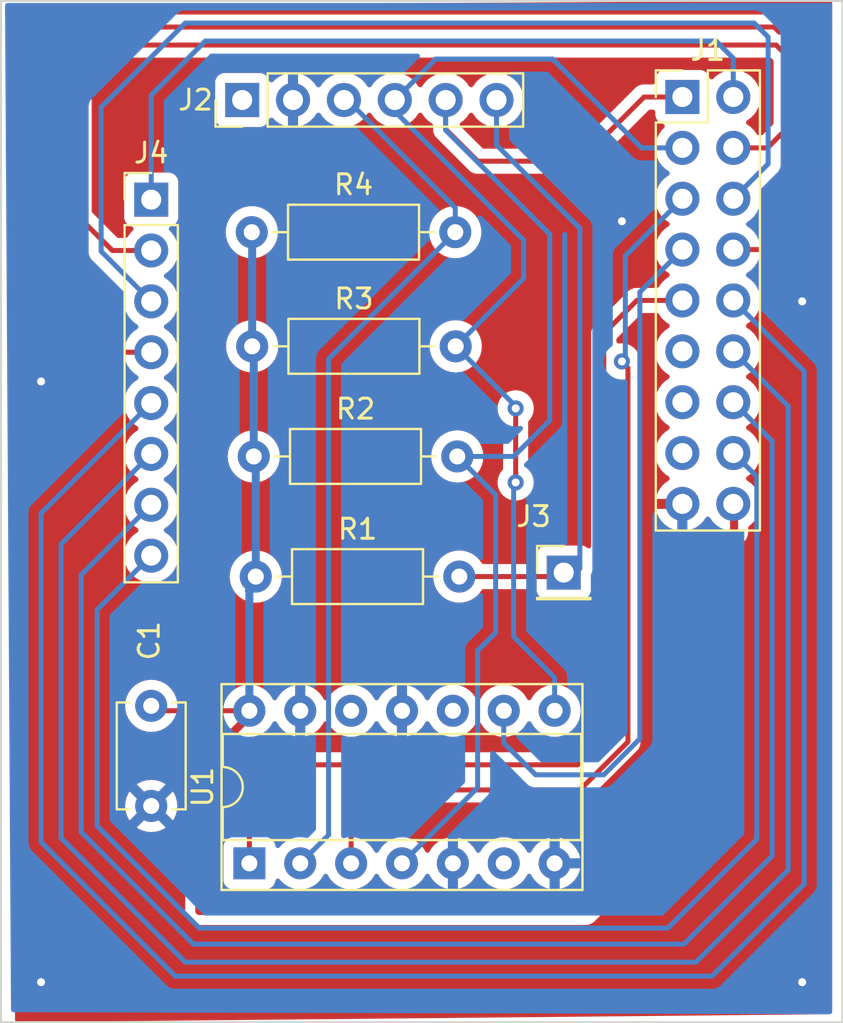
<source format=kicad_pcb>
(kicad_pcb (version 20221018) (generator pcbnew)
  (layers (0 "F.Cu" signal) (31 "B.Cu" signal) (34 "B.Paste" user) (35 "F.Paste" user) (36 "B.SilkS" user "B.Silkscreen") (37 "F.SilkS" user "F.Silkscreen") (38 "B.Mask" user) (39 "F.Mask" user) (44 "Edge.Cuts" user))
  (net 0 "")
  (net 1 "VCC")
  (net 2 "GND")
  (net 5 "CLK")
  (net 6 "DATA")
  (net 9 "RS")
  (net 10 "Net-(J1-Pin_2)")
  (net 13 "Net-(J1-Pin_4)")
  (net 15 "Net-(J1-Pin_5)")
  (net 16 "Net-(J1-Pin_6)")
  (net 17 "Net-(J1-Pin_7)")
  (net 18 "Net-(J1-Pin_8)")
  (net 19 "Net-(J1-Pin_9)")
  (net 20 "Net-(J1-Pin_10)")
  (net 21 "Net-(J1-Pin_12)")
  (net 22 "Net-(J1-Pin_14)")
  (net 23 "Net-(J1-Pin_16)")
  (net 24 "Net-(J2-Pin_3)")
  (footprint "Package_DIP:DIP-14_W7.62mm_Socket" (layer "F.Cu") (at 120.4 102.065 90)
    (fp_text reference "U1" (at 3.81 -2.33 90) (layer "F.SilkS"))
    (fp_text value "74LS06")
    (fp_line (start -1.33 -1.39) (end -1.33 16.63) (stroke (width 0.12)) (layer "F.SilkS"))
    (fp_line (start -1.33 16.63) (end 8.95 16.63) (stroke (width 0.12)) (layer "F.SilkS"))
    (fp_line (start 1.16 -1.33) (end 1.16 16.57) (stroke (width 0.12)) (layer "F.SilkS"))
    (fp_line (start 1.16 16.57) (end 6.46 16.57) (stroke (width 0.12)) (layer "F.SilkS"))
    (fp_line (start 2.81 -1.33) (end 1.16 -1.33) (stroke (width 0.12)) (layer "F.SilkS"))
    (fp_line (start 6.46 -1.33) (end 4.81 -1.33) (stroke (width 0.12)) (layer "F.SilkS"))
    (fp_line (start 6.46 16.57) (end 6.46 -1.33) (stroke (width 0.12)) (layer "F.SilkS"))
    (fp_line (start 8.95 -1.39) (end -1.33 -1.39) (stroke (width 0.12)) (layer "F.SilkS"))
    (fp_line (start 8.95 16.63) (end 8.95 -1.39) (stroke (width 0.12)) (layer "F.SilkS"))
    (fp_arc (start 4.81 -1.33) (mid 3.81 -0.33) (end 2.81 -1.33) (stroke (width 0.12)) (layer "F.SilkS"))
    (pad "1" thru_hole rect (at 0 0 90) (size 1.6 1.6) (drill 0.8) (layers "*.Cu" "*.Mask") (net 19 "Net-(J1-Pin_9)"))
    (pad "2" thru_hole oval (at 0 2.54 90) (size 1.6 1.6) (drill 0.8) (layers "*.Cu" "*.Mask") (net 24 "Net-(J2-Pin_3)"))
    (pad "3" thru_hole oval (at 0 5.08 90) (size 1.6 1.6) (drill 0.8) (layers "*.Cu" "*.Mask") (net 15 "Net-(J1-Pin_5)"))
    (pad "4" thru_hole oval (at 0 7.62 90) (size 1.6 1.6) (drill 0.8) (layers "*.Cu" "*.Mask") (net 6 "DATA"))
    (pad "5" thru_hole oval (at 0 10.16 90) (size 1.6 1.6) (drill 0.8) (layers "*.Cu" "*.Mask") (net 2 "GND"))
    (pad "6" thru_hole oval (at 0 12.7 90) (size 1.6 1.6) (drill 0.8) (layers "*.Cu" "*.Mask"))
    (pad "7" thru_hole oval (at 0 15.24 90) (size 1.6 1.6) (drill 0.8) (layers "*.Cu" "*.Mask") (net 2 "GND"))
    (pad "8" thru_hole oval (at 7.62 15.24 90) (size 1.6 1.6) (drill 0.8) (layers "*.Cu" "*.Mask") (net 5 "CLK"))
    (pad "9" thru_hole oval (at 7.62 12.7 90) (size 1.6 1.6) (drill 0.8) (layers "*.Cu" "*.Mask") (net 17 "Net-(J1-Pin_7)"))
    (pad "10" thru_hole oval (at 7.62 10.16 90) (size 1.6 1.6) (drill 0.8) (layers "*.Cu" "*.Mask"))
    (pad "11" thru_hole oval (at 7.62 7.62 90) (size 1.6 1.6) (drill 0.8) (layers "*.Cu" "*.Mask") (net 2 "GND"))
    (pad "12" thru_hole oval (at 7.62 5.08 90) (size 1.6 1.6) (drill 0.8) (layers "*.Cu" "*.Mask"))
    (pad "13" thru_hole oval (at 7.62 2.54 90) (size 1.6 1.6) (drill 0.8) (layers "*.Cu" "*.Mask") (net 2 "GND"))
    (pad "14" thru_hole oval (at 7.62 0 90) (size 1.6 1.6) (drill 0.8) (layers "*.Cu" "*.Mask") (net 1 "VCC"))
  )
  (footprint "Resistor_THT:R_Axial_DIN0207_L6.3mm_D2.5mm_P10.16mm_Horizontal" (layer "F.Cu") (at 120.72 87.745)
    (fp_text reference "R1" (at 5.08 -2.37) (layer "F.SilkS"))
    (fp_text value "1K")
    (fp_line (start 1.04 0) (end 1.81 0) (stroke (width 0.12)) (layer "F.SilkS"))
    (fp_line (start 1.81 -1.37) (end 1.81 1.37) (stroke (width 0.12)) (layer "F.SilkS"))
    (fp_line (start 1.81 1.37) (end 8.35 1.37) (stroke (width 0.12)) (layer "F.SilkS"))
    (fp_line (start 8.35 -1.37) (end 1.81 -1.37) (stroke (width 0.12)) (layer "F.SilkS"))
    (fp_line (start 8.35 1.37) (end 8.35 -1.37) (stroke (width 0.12)) (layer "F.SilkS"))
    (fp_line (start 9.12 0) (end 8.35 0) (stroke (width 0.12)) (layer "F.SilkS"))
    (pad "1" thru_hole circle (at 0 0) (size 1.6 1.6) (drill 0.8) (layers "*.Cu" "*.Mask") (net 1 "VCC"))
    (pad "2" thru_hole oval (at 10.16 0) (size 1.6 1.6) (drill 0.8) (layers "*.Cu" "*.Mask") (net 9 "RS"))
  )
  (footprint "Resistor_THT:R_Axial_DIN0207_L6.3mm_D2.5mm_P10.16mm_Horizontal" (layer "F.Cu") (at 120.52 70.545)
    (fp_text reference "R4" (at 5.08 -2.37) (layer "F.SilkS"))
    (fp_text value "1K")
    (fp_line (start 1.04 0) (end 1.81 0) (stroke (width 0.12)) (layer "F.SilkS"))
    (fp_line (start 1.81 -1.37) (end 1.81 1.37) (stroke (width 0.12)) (layer "F.SilkS"))
    (fp_line (start 1.81 1.37) (end 8.35 1.37) (stroke (width 0.12)) (layer "F.SilkS"))
    (fp_line (start 8.35 -1.37) (end 1.81 -1.37) (stroke (width 0.12)) (layer "F.SilkS"))
    (fp_line (start 8.35 1.37) (end 8.35 -1.37) (stroke (width 0.12)) (layer "F.SilkS"))
    (fp_line (start 9.12 0) (end 8.35 0) (stroke (width 0.12)) (layer "F.SilkS"))
    (pad "1" thru_hole circle (at 0 0) (size 1.6 1.6) (drill 0.8) (layers "*.Cu" "*.Mask") (net 1 "VCC"))
    (pad "2" thru_hole oval (at 10.16 0) (size 1.6 1.6) (drill 0.8) (layers "*.Cu" "*.Mask") (net 24 "Net-(J2-Pin_3)"))
  )
  (footprint "Connector_PinHeader_2.54mm:PinHeader_1x06_P2.54mm_Vertical" (layer "F.Cu") (at 120.04 63.945 90)
    (fp_text reference "J2" (at 0 -2.33 180) (layer "F.SilkS"))
    (fp_text value "P2")
    (fp_line (start -1.33 -1.33) (end 0 -1.33) (stroke (width 0.12)) (layer "F.SilkS"))
    (fp_line (start -1.33 0) (end -1.33 -1.33) (stroke (width 0.12)) (layer "F.SilkS"))
    (fp_line (start -1.33 1.27) (end -1.33 14.03) (stroke (width 0.12)) (layer "F.SilkS"))
    (fp_line (start -1.33 1.27) (end 1.33 1.27) (stroke (width 0.12)) (layer "F.SilkS"))
    (fp_line (start -1.33 14.03) (end 1.33 14.03) (stroke (width 0.12)) (layer "F.SilkS"))
    (fp_line (start 1.33 1.27) (end 1.33 14.03) (stroke (width 0.12)) (layer "F.SilkS"))
    (pad "1" thru_hole rect (at 0 0 90) (size 1.7 1.7) (drill 1) (layers "*.Cu" "*.Mask"))
    (pad "2" thru_hole oval (at 0 2.54 90) (size 1.7 1.7) (drill 1) (layers "*.Cu" "*.Mask") (net 2 "GND"))
    (pad "3" thru_hole oval (at 0 5.08 90) (size 1.7 1.7) (drill 1) (layers "*.Cu" "*.Mask") (net 24 "Net-(J2-Pin_3)"))
    (pad "4" thru_hole oval (at 0 7.62 90) (size 1.7 1.7) (drill 1) (layers "*.Cu" "*.Mask") (net 5 "CLK"))
    (pad "5" thru_hole oval (at 0 10.16 90) (size 1.7 1.7) (drill 1) (layers "*.Cu" "*.Mask") (net 6 "DATA"))
    (pad "6" thru_hole oval (at 0 12.7 90) (size 1.7 1.7) (drill 1) (layers "*.Cu" "*.Mask") (net 9 "RS"))
  )
  (footprint "Connector_PinHeader_2.54mm:PinHeader_1x08_P2.54mm_Vertical" (layer "F.Cu") (at 115.5 68.92)
    (fp_text reference "J4" (at 0 -2.33) (layer "F.SilkS"))
    (fp_text value "Conn_01x08_Pin")
    (fp_line (start -1.33 -1.33) (end 0 -1.33) (stroke (width 0.12)) (layer "F.SilkS"))
    (fp_line (start -1.33 0) (end -1.33 -1.33) (stroke (width 0.12)) (layer "F.SilkS"))
    (fp_line (start -1.33 1.27) (end -1.33 19.11) (stroke (width 0.12)) (layer "F.SilkS"))
    (fp_line (start -1.33 1.27) (end 1.33 1.27) (stroke (width 0.12)) (layer "F.SilkS"))
    (fp_line (start -1.33 19.11) (end 1.33 19.11) (stroke (width 0.12)) (layer "F.SilkS"))
    (fp_line (start 1.33 1.27) (end 1.33 19.11) (stroke (width 0.12)) (layer "F.SilkS"))
    (pad "1" thru_hole rect (at 0 0) (size 1.7 1.7) (drill 1) (layers "*.Cu" "*.Mask") (net 10 "Net-(J1-Pin_2)"))
    (pad "2" thru_hole oval (at 0 2.54) (size 1.7 1.7) (drill 1) (layers "*.Cu" "*.Mask") (net 13 "Net-(J1-Pin_4)"))
    (pad "3" thru_hole oval (at 0 5.08) (size 1.7 1.7) (drill 1) (layers "*.Cu" "*.Mask") (net 16 "Net-(J1-Pin_6)"))
    (pad "4" thru_hole oval (at 0 7.62) (size 1.7 1.7) (drill 1) (layers "*.Cu" "*.Mask") (net 18 "Net-(J1-Pin_8)"))
    (pad "5" thru_hole oval (at 0 10.16) (size 1.7 1.7) (drill 1) (layers "*.Cu" "*.Mask") (net 20 "Net-(J1-Pin_10)"))
    (pad "6" thru_hole oval (at 0 12.7) (size 1.7 1.7) (drill 1) (layers "*.Cu" "*.Mask") (net 21 "Net-(J1-Pin_12)"))
    (pad "7" thru_hole oval (at 0 15.24) (size 1.7 1.7) (drill 1) (layers "*.Cu" "*.Mask") (net 22 "Net-(J1-Pin_14)"))
    (pad "8" thru_hole oval (at 0 17.78) (size 1.7 1.7) (drill 1) (layers "*.Cu" "*.Mask") (net 23 "Net-(J1-Pin_16)"))
  )
  (footprint "Capacitor_THT:C_Disc_D5.1mm_W3.2mm_P5.00mm" (layer "F.Cu") (at 115.5 94.2 -90)
    (fp_text reference "C1" (at -3.25 0.105 -90) (layer "F.SilkS"))
    (fp_text value "0.1uF")
    (fp_line (start -0.17 -1.721) (end -0.17 -1.055) (stroke (width 0.12)) (layer "F.SilkS"))
    (fp_line (start -0.17 -1.721) (end 5.17 -1.721) (stroke (width 0.12)) (layer "F.SilkS"))
    (fp_line (start -0.17 1.055) (end -0.17 1.721) (stroke (width 0.12)) (layer "F.SilkS"))
    (fp_line (start -0.17 1.721) (end 5.17 1.721) (stroke (width 0.12)) (layer "F.SilkS"))
    (fp_line (start 5.17 -1.721) (end 5.17 -1.055) (stroke (width 0.12)) (layer "F.SilkS"))
    (fp_line (start 5.17 1.055) (end 5.17 1.721) (stroke (width 0.12)) (layer "F.SilkS"))
    (pad "1" thru_hole circle (at 0 0 270) (size 1.6 1.6) (drill 0.8) (layers "*.Cu" "*.Mask") (net 1 "VCC"))
    (pad "2" thru_hole circle (at 5 0 270) (size 1.6 1.6) (drill 0.8) (layers "*.Cu" "*.Mask") (net 2 "GND"))
  )
  (footprint "Connector_PinHeader_2.54mm:PinHeader_1x01_P2.54mm_Vertical" (layer "F.Cu") (at 136.095 87.545)
    (fp_text reference "J3" (at -1.505 -2.8) (layer "F.SilkS"))
    (fp_text value "P3")
    (fp_line (start -1.33 -1.33) (end 0 -1.33) (stroke (width 0.12)) (layer "F.SilkS"))
    (fp_line (start -1.33 0) (end -1.33 -1.33) (stroke (width 0.12)) (layer "F.SilkS"))
    (fp_line (start -1.33 1.27) (end -1.33 1.33) (stroke (width 0.12)) (layer "F.SilkS"))
    (fp_line (start -1.33 1.27) (end 1.33 1.27) (stroke (width 0.12)) (layer "F.SilkS"))
    (fp_line (start -1.33 1.33) (end 1.33 1.33) (stroke (width 0.12)) (layer "F.SilkS"))
    (fp_line (start 1.33 1.27) (end 1.33 1.33) (stroke (width 0.12)) (layer "F.SilkS"))
    (pad "1" thru_hole rect (at 0 0) (size 1.7 1.7) (drill 1) (layers "*.Cu" "*.Mask") (net 9 "RS"))
  )
  (footprint "Resistor_THT:R_Axial_DIN0207_L6.3mm_D2.5mm_P10.16mm_Horizontal" (layer "F.Cu") (at 120.54 76.245)
    (fp_text reference "R3" (at 5.08 -2.37) (layer "F.SilkS"))
    (fp_text value "1K")
    (fp_line (start 1.04 0) (end 1.81 0) (stroke (width 0.12)) (layer "F.SilkS"))
    (fp_line (start 1.81 -1.37) (end 1.81 1.37) (stroke (width 0.12)) (layer "F.SilkS"))
    (fp_line (start 1.81 1.37) (end 8.35 1.37) (stroke (width 0.12)) (layer "F.SilkS"))
    (fp_line (start 8.35 -1.37) (end 1.81 -1.37) (stroke (width 0.12)) (layer "F.SilkS"))
    (fp_line (start 8.35 1.37) (end 8.35 -1.37) (stroke (width 0.12)) (layer "F.SilkS"))
    (fp_line (start 9.12 0) (end 8.35 0) (stroke (width 0.12)) (layer "F.SilkS"))
    (pad "1" thru_hole circle (at 0 0) (size 1.6 1.6) (drill 0.8) (layers "*.Cu" "*.Mask") (net 1 "VCC"))
    (pad "2" thru_hole oval (at 10.16 0) (size 1.6 1.6) (drill 0.8) (layers "*.Cu" "*.Mask") (net 5 "CLK"))
  )
  (footprint "Resistor_THT:R_Axial_DIN0207_L6.3mm_D2.5mm_P10.16mm_Horizontal" (layer "F.Cu") (at 120.62 81.745)
    (fp_text reference "R2" (at 5.08 -2.37) (layer "F.SilkS"))
    (fp_text value "1K")
    (fp_line (start 1.04 0) (end 1.81 0) (stroke (width 0.12)) (layer "F.SilkS"))
    (fp_line (start 1.81 -1.37) (end 1.81 1.37) (stroke (width 0.12)) (layer "F.SilkS"))
    (fp_line (start 1.81 1.37) (end 8.35 1.37) (stroke (width 0.12)) (layer "F.SilkS"))
    (fp_line (start 8.35 -1.37) (end 1.81 -1.37) (stroke (width 0.12)) (layer "F.SilkS"))
    (fp_line (start 8.35 1.37) (end 8.35 -1.37) (stroke (width 0.12)) (layer "F.SilkS"))
    (fp_line (start 9.12 0) (end 8.35 0) (stroke (width 0.12)) (layer "F.SilkS"))
    (pad "1" thru_hole circle (at 0 0) (size 1.6 1.6) (drill 0.8) (layers "*.Cu" "*.Mask") (net 1 "VCC"))
    (pad "2" thru_hole oval (at 10.16 0) (size 1.6 1.6) (drill 0.8) (layers "*.Cu" "*.Mask") (net 6 "DATA"))
  )
  (footprint "Connector_PinHeader_2.54mm:PinHeader_2x09_P2.54mm_Vertical" (layer "F.Cu") (at 142.02 63.795)
    (fp_text reference "J1" (at 1.27 -2.33) (layer "F.SilkS"))
    (fp_text value "P1")
    (fp_line (start -1.33 -1.33) (end 0 -1.33) (stroke (width 0.12)) (layer "F.SilkS"))
    (fp_line (start -1.33 0) (end -1.33 -1.33) (stroke (width 0.12)) (layer "F.SilkS"))
    (fp_line (start -1.33 1.27) (end -1.33 21.65) (stroke (width 0.12)) (layer "F.SilkS"))
    (fp_line (start -1.33 1.27) (end 1.27 1.27) (stroke (width 0.12)) (layer "F.SilkS"))
    (fp_line (start -1.33 21.65) (end 3.87 21.65) (stroke (width 0.12)) (layer "F.SilkS"))
    (fp_line (start 1.27 -1.33) (end 3.87 -1.33) (stroke (width 0.12)) (layer "F.SilkS"))
    (fp_line (start 1.27 1.27) (end 1.27 -1.33) (stroke (width 0.12)) (layer "F.SilkS"))
    (fp_line (start 3.87 -1.33) (end 3.87 21.65) (stroke (width 0.12)) (layer "F.SilkS"))
    (pad "1" thru_hole rect (at 0 0) (size 1.7 1.7) (drill 1) (layers "*.Cu" "*.Mask") (net 6 "DATA"))
    (pad "2" thru_hole oval (at 2.54 0) (size 1.7 1.7) (drill 1) (layers "*.Cu" "*.Mask") (net 10 "Net-(J1-Pin_2)"))
    (pad "3" thru_hole oval (at 0 2.54) (size 1.7 1.7) (drill 1) (layers "*.Cu" "*.Mask") (net 5 "CLK"))
    (pad "4" thru_hole oval (at 2.54 2.54) (size 1.7 1.7) (drill 1) (layers "*.Cu" "*.Mask") (net 13 "Net-(J1-Pin_4)"))
    (pad "5" thru_hole oval (at 0 5.08) (size 1.7 1.7) (drill 1) (layers "*.Cu" "*.Mask") (net 15 "Net-(J1-Pin_5)"))
    (pad "6" thru_hole oval (at 2.54 5.08) (size 1.7 1.7) (drill 1) (layers "*.Cu" "*.Mask") (net 16 "Net-(J1-Pin_6)"))
    (pad "7" thru_hole oval (at 0 7.62) (size 1.7 1.7) (drill 1) (layers "*.Cu" "*.Mask") (net 17 "Net-(J1-Pin_7)"))
    (pad "8" thru_hole oval (at 2.54 7.62) (size 1.7 1.7) (drill 1) (layers "*.Cu" "*.Mask") (net 18 "Net-(J1-Pin_8)"))
    (pad "9" thru_hole oval (at 0 10.16) (size 1.7 1.7) (drill 1) (layers "*.Cu" "*.Mask") (net 19 "Net-(J1-Pin_9)"))
    (pad "10" thru_hole oval (at 2.54 10.16) (size 1.7 1.7) (drill 1) (layers "*.Cu" "*.Mask") (net 20 "Net-(J1-Pin_10)"))
    (pad "11" thru_hole oval (at 0 12.7) (size 1.7 1.7) (drill 1) (layers "*.Cu" "*.Mask"))
    (pad "12" thru_hole oval (at 2.54 12.7) (size 1.7 1.7) (drill 1) (layers "*.Cu" "*.Mask") (net 21 "Net-(J1-Pin_12)"))
    (pad "13" thru_hole oval (at 0 15.24) (size 1.7 1.7) (drill 1) (layers "*.Cu" "*.Mask"))
    (pad "14" thru_hole oval (at 2.54 15.24) (size 1.7 1.7) (drill 1) (layers "*.Cu" "*.Mask") (net 22 "Net-(J1-Pin_14)"))
    (pad "15" thru_hole oval (at 0 17.78) (size 1.7 1.7) (drill 1) (layers "*.Cu" "*.Mask"))
    (pad "16" thru_hole oval (at 2.54 17.78) (size 1.7 1.7) (drill 1) (layers "*.Cu" "*.Mask") (net 23 "Net-(J1-Pin_16)"))
    (pad "17" thru_hole oval (at 0 20.32) (size 1.7 1.7) (drill 1) (layers "*.Cu" "*.Mask") (net 2 "GND"))
    (pad "18" thru_hole oval (at 2.54 20.32) (size 1.7 1.7) (drill 1) (layers "*.Cu" "*.Mask") (net 1 "VCC"))
  )
  (gr_line (start 150 110) (end 108 110) (stroke (width 0.1)) (layer "Edge.Cuts"))
  (gr_line (start 108 59) (end 150 59) (stroke (width 0.1)) (layer "Edge.Cuts"))
  (gr_line (start 108 110) (end 108 59) (stroke (width 0.1)) (layer "Edge.Cuts"))
  (gr_line (start 150 59) (end 150 110) (stroke (width 0.1)) (layer "Edge.Cuts"))
  (segment (start 120.62 76.325) (end 120.54 76.245) (width 0.25) (layer "F.Cu") (net 1))
  (segment (start 120.33 94.495) (end 120.28 94.445) (width 0.25) (layer "F.Cu") (net 1))
  (segment (start 120.28 88.185) (end 120.72 87.745) (width 0.25) (layer "F.Cu") (net 1))
  (segment (start 142.6 87.5) (end 144.6 85.5) (width 0.4) (layer "F.Cu") (net 1))
  (segment (start 120.4 94.445) (end 115.745 94.445) (width 0.25) (layer "F.Cu") (net 1))
  (segment (start 144.6 85.5) (end 144.6 84.155) (width 0.4) (layer "F.Cu") (net 1))
  (segment (start 120.54 70.565) (end 120.52 70.545) (width 0.25) (layer "F.Cu") (net 1))
  (segment (start 117.9 104.445) (end 137.155 104.445) (width 0.4) (layer "F.Cu") (net 1))
  (segment (start 115.745 94.445) (end 115.5 94.2) (width 0.25) (layer "F.Cu") (net 1))
  (segment (start 117.9 97.2) (end 117.9 104.445) (width 0.4) (layer "F.Cu") (net 1))
  (segment (start 120.35 94.75) (end 117.9 97.2) (width 0.4) (layer "F.Cu") (net 1))
  (segment (start 142.6 99) (end 142.6 87.5) (width 0.4) (layer "F.Cu") (net 1))
  (segment (start 120.62 87.645) (end 120.72 87.745) (width 0.25) (layer "F.Cu") (net 1))
  (segment (start 137.155 104.445) (end 142.6 99) (width 0.4) (layer "F.Cu") (net 1))
  (segment (start 144.6 84.155) (end 144.56 84.115) (width 0.25) (layer "F.Cu") (net 1))
  (segment (start 120.35 94.495) (end 120.35 94.75) (width 0.25) (layer "F.Cu") (net 1))
  (segment (start 120.35 94.495) (end 120.4 94.445) (width 0.25) (layer "F.Cu") (net 1))
  (segment (start 120.62 87.645) (end 120.72 87.745) (width 0.25) (layer "B.Cu") (net 1))
  (segment (start 120.62 88.12) (end 120.295 88.445) (width 0.25) (layer "B.Cu") (net 1))
  (segment (start 120.54 70.565) (end 120.52 70.545) (width 0.25) (layer "B.Cu") (net 1))
  (segment (start 120.62 76.325) (end 120.54 76.245) (width 0.25) (layer "B.Cu") (net 1))
  (segment (start 120.54 76.245) (end 120.54 70.565) (width 0.4) (layer "B.Cu") (net 1))
  (segment (start 120.4 94.445) (end 120.4 88.065) (width 0.4) (layer "B.Cu") (net 1))
  (segment (start 120.52 76.225) (end 120.54 76.245) (width 0.25) (layer "B.Cu") (net 1))
  (segment (start 120.72 81.845) (end 120.62 81.745) (width 0.25) (layer "B.Cu") (net 1))
  (segment (start 120.4 88.065) (end 120.72 87.745) (width 0.25) (layer "B.Cu") (net 1))
  (segment (start 120.72 87.745) (end 120.72 81.845) (width 0.4) (layer "B.Cu") (net 1))
  (segment (start 120.62 81.745) (end 120.62 76.325) (width 0.4) (layer "B.Cu") (net 1))
  (segment (start 142.1 84.195) (end 142.02 84.115) (width 0.25) (layer "F.Cu") (net 2))
  (segment (start 142.02 84.115) (end 141.365 84.115) (width 0.25) (layer "F.Cu") (net 2))
  (via (at 148 108) (size 0.8) (drill 0.4) (layers "F.Cu" "B.Cu") (net 2))
  (via (at 139 70) (size 0.8) (drill 0.4) (layers "F.Cu" "B.Cu") (net 2))
  (via (at 110 78) (size 0.8) (drill 0.4) (layers "F.Cu" "B.Cu") (net 2))
  (via (at 148 74) (size 0.8) (drill 0.4) (layers "F.Cu" "B.Cu") (net 2))
  (via (at 110 108) (size 0.8) (drill 0.4) (layers "F.Cu" "B.Cu") (net 2))
  (segment (start 133.695 79.345) (end 133.695 83.045) (width 0.25) (layer "F.Cu") (net 5))
  (via (at 133.695 79.345) (size 0.8) (drill 0.4) (layers "F.Cu" "B.Cu") (net 5))
  (via (at 133.695 83.045) (size 0.8) (drill 0.4) (layers "F.Cu" "B.Cu") (net 5))
  (segment (start 135.64 92.79) (end 135.64 94.445) (width 0.25) (layer "B.Cu") (net 5))
  (segment (start 133.695 79.345) (end 133.695 79.24) (width 0.25) (layer "B.Cu") (net 5))
  (segment (start 133.595 83.145) (end 133.595 90.745) (width 0.25) (layer "B.Cu") (net 5))
  (segment (start 133.695 79.24) (end 130.7 76.245) (width 0.25) (layer "B.Cu") (net 5))
  (segment (start 134.095 70.945) (end 134.095 72.85) (width 0.25) (layer "B.Cu") (net 5))
  (segment (start 135.55 61.9) (end 129.705 61.9) (width 0.25) (layer "B.Cu") (net 5))
  (segment (start 127.66 63.945) (end 127.66 64.51) (width 0.25) (layer "B.Cu") (net 5))
  (segment (start 133.595 90.745) (end 135.64 92.79) (width 0.25) (layer "B.Cu") (net 5))
  (segment (start 134.095 72.85) (end 130.7 76.245) (width 0.25) (layer "B.Cu") (net 5))
  (segment (start 133.695 83.045) (end 133.595 83.145) (width 0.25) (layer "B.Cu") (net 5))
  (segment (start 139.985 66.335) (end 135.55 61.9) (width 0.25) (layer "B.Cu") (net 5))
  (segment (start 129.705 61.9) (end 127.66 63.945) (width 0.25) (layer "B.Cu") (net 5))
  (segment (start 142.02 66.335) (end 139.985 66.335) (width 0.25) (layer "B.Cu") (net 5))
  (segment (start 127.66 64.51) (end 134.095 70.945) (width 0.25) (layer "B.Cu") (net 5))
  (segment (start 131.8 67) (end 130.2 65.4) (width 0.25) (layer "F.Cu") (net 6))
  (segment (start 130.2 65.4) (end 130.2 63.945) (width 0.25) (layer "F.Cu") (net 6))
  (segment (start 136.9 67) (end 131.8 67) (width 0.25) (layer "F.Cu") (net 6))
  (segment (start 140.105 63.795) (end 136.9 67) (width 0.25) (layer "F.Cu") (net 6))
  (segment (start 142.02 63.795) (end 140.105 63.795) (width 0.25) (layer "F.Cu") (net 6))
  (segment (start 131.795 91.445) (end 132.695 90.545) (width 0.25) (layer "B.Cu") (net 6))
  (segment (start 128.02 102.065) (end 131.795 98.29) (width 0.25) (layer "B.Cu") (net 6))
  (segment (start 131.795 98.29) (end 131.795 91.445) (width 0.25) (layer "B.Cu") (net 6))
  (segment (start 130.2 65.45) (end 130.2 63.945) (width 0.25) (layer "B.Cu") (net 6))
  (segment (start 135.395 70.645) (end 130.2 65.45) (width 0.25) (layer "B.Cu") (net 6))
  (segment (start 133.595 81.745) (end 135.395 79.945) (width 0.25) (layer "B.Cu") (net 6))
  (segment (start 132.695 83.66) (end 130.78 81.745) (width 0.25) (layer "B.Cu") (net 6))
  (segment (start 130.78 81.745) (end 133.595 81.745) (width 0.25) (layer "B.Cu") (net 6))
  (segment (start 135.395 79.945) (end 135.395 70.645) (width 0.25) (layer "B.Cu") (net 6))
  (segment (start 132.695 90.545) (end 132.695 83.66) (width 0.25) (layer "B.Cu") (net 6))
  (segment (start 135.895 87.745) (end 136.095 87.545) (width 0.25) (layer "F.Cu") (net 9))
  (segment (start 130.88 87.745) (end 135.895 87.745) (width 0.25) (layer "F.Cu") (net 9))
  (segment (start 136.5 87.645) (end 136.4 87.745) (width 0.25) (layer "B.Cu") (net 9))
  (segment (start 132.74 66.19) (end 136.9 70.35) (width 0.25) (layer "B.Cu") (net 9))
  (segment (start 132.74 63.945) (end 132.74 66.19) (width 0.25) (layer "B.Cu") (net 9))
  (segment (start 136.9 70.35) (end 136.9 87.345) (width 0.25) (layer "B.Cu") (net 9))
  (segment (start 136.9 87.345) (end 136.5 87.745) (width 0.25) (layer "B.Cu") (net 9))
  (segment (start 144.56 61.86) (end 143.7 61) (width 0.25) (layer "B.Cu") (net 10))
  (segment (start 144.56 63.795) (end 144.56 61.86) (width 0.25) (layer "B.Cu") (net 10))
  (segment (start 143.7 61) (end 118.2 61) (width 0.25) (layer "B.Cu") (net 10))
  (segment (start 115.5 63.7) (end 115.5 68.92) (width 0.25) (layer "B.Cu") (net 10))
  (segment (start 144.56 63.795) (end 144.2 63.435) (width 0.25) (layer "B.Cu") (net 10))
  (segment (start 118.2 61) (end 115.5 63.7) (width 0.25) (layer "B.Cu") (net 10))
  (segment (start 113.6 61.2) (end 146.7 61.2) (width 0.25) (layer "F.Cu") (net 13))
  (segment (start 146.7 61.2) (end 147.2 61.7) (width 0.25) (layer "F.Cu") (net 13))
  (segment (start 115.5 71.46) (end 113.56 71.46) (width 0.25) (layer "F.Cu") (net 13))
  (segment (start 147.2 61.7) (end 147.2 65.4) (width 0.25) (layer "F.Cu") (net 13))
  (segment (start 113.56 71.46) (end 111.9 69.8) (width 0.25) (layer "F.Cu") (net 13))
  (segment (start 146.265 66.335) (end 144.56 66.335) (width 0.25) (layer "F.Cu") (net 13))
  (segment (start 147.2 65.4) (end 146.265 66.335) (width 0.25) (layer "F.Cu") (net 13))
  (segment (start 111.9 62.9) (end 113.6 61.2) (width 0.25) (layer "F.Cu") (net 13))
  (segment (start 111.9 69.8) (end 111.9 62.9) (width 0.25) (layer "F.Cu") (net 13))
  (segment (start 125.48 100.36) (end 125.48 102.065) (width 0.25) (layer "F.Cu") (net 15))
  (segment (start 139.3 77.3295) (end 139.3 96) (width 0.25) (layer "F.Cu") (net 15))
  (segment (start 139.1705 77.2) (end 139.3 77.3295) (width 0.25) (layer "F.Cu") (net 15))
  (segment (start 136.9 98.4) (end 127.44 98.4) (width 0.25) (layer "F.Cu") (net 15))
  (segment (start 139.3 96) (end 136.9 98.4) (width 0.25) (layer "F.Cu") (net 15))
  (segment (start 127.44 98.4) (end 125.48 100.36) (width 0.25) (layer "F.Cu") (net 15))
  (via (at 139 77) (size 0.8) (drill 0.4) (layers "F.Cu" "B.Cu") (net 15))
  (segment (start 139.1705 77.2) (end 139.1705 71.7245) (width 0.25) (layer "B.Cu") (net 15))
  (segment (start 139.1705 71.7245) (end 142.02 68.875) (width 0.25) (layer "B.Cu") (net 15))
  (segment (start 146.3 67.135) (end 146.3 60.8) (width 0.25) (layer "B.Cu") (net 16))
  (segment (start 117.2 60.1) (end 113 64.3) (width 0.25) (layer "B.Cu") (net 16))
  (segment (start 145.6 60.1) (end 117.2 60.1) (width 0.25) (layer "B.Cu") (net 16))
  (segment (start 113 64.3) (end 113 71.5) (width 0.25) (layer "B.Cu") (net 16))
  (segment (start 146.3 60.8) (end 145.6 60.1) (width 0.25) (layer "B.Cu") (net 16))
  (segment (start 144.56 68.875) (end 146.3 67.135) (width 0.25) (layer "B.Cu") (net 16))
  (segment (start 113 71.5) (end 115.5 74) (width 0.25) (layer "B.Cu") (net 16))
  (segment (start 133.1 96.05) (end 134.695 97.645) (width 0.25) (layer "B.Cu") (net 17))
  (segment (start 139.895 95.845) (end 139.895 73.54) (width 0.25) (layer "B.Cu") (net 17))
  (segment (start 138.095 97.645) (end 139.895 95.845) (width 0.25) (layer "B.Cu") (net 17))
  (segment (start 139.895 73.54) (end 142.02 71.415) (width 0.25) (layer "B.Cu") (net 17))
  (segment (start 134.695 97.645) (end 138.095 97.645) (width 0.25) (layer "B.Cu") (net 17))
  (segment (start 133.1 94.445) (end 133.1 96.05) (width 0.25) (layer "B.Cu") (net 17))
  (segment (start 113 60.3) (end 111 62.3) (width 0.25) (layer "F.Cu") (net 18))
  (segment (start 144.56 71.415) (end 146.485 71.415) (width 0.25) (layer "F.Cu") (net 18))
  (segment (start 111 62.3) (end 111 73.7) (width 0.25) (layer "F.Cu") (net 18))
  (segment (start 146.85 60.55) (end 146.6 60.3) (width 0.25) (layer "F.Cu") (net 18))
  (segment (start 148 69.9) (end 148 61.463604) (width 0.25) (layer "F.Cu") (net 18))
  (segment (start 113.84 76.54) (end 115.5 76.54) (width 0.25) (layer "F.Cu") (net 18))
  (segment (start 146.6 60.3) (end 113 60.3) (width 0.25) (layer "F.Cu") (net 18))
  (segment (start 111 73.7) (end 113.84 76.54) (width 0.25) (layer "F.Cu") (net 18))
  (segment (start 148 61.463604) (end 147.086396 60.55) (width 0.25) (layer "F.Cu") (net 18))
  (segment (start 146.485 71.415) (end 148 69.9) (width 0.25) (layer "F.Cu") (net 18))
  (segment (start 147.086396 60.55) (end 146.85 60.55) (width 0.25) (layer "F.Cu") (net 18))
  (segment (start 120.4 100.24) (end 123.495 97.145) (width 0.25) (layer "F.Cu") (net 19))
  (segment (start 120.4 102.065) (end 120.4 100.24) (width 0.25) (layer "F.Cu") (net 19))
  (segment (start 123.495 97.145) (end 136.795 97.145) (width 0.25) (layer "F.Cu") (net 19))
  (segment (start 138.095 75.605) (end 139.745 73.955) (width 0.25) (layer "F.Cu") (net 19))
  (segment (start 136.795 97.145) (end 138.095 95.845) (width 0.25) (layer "F.Cu") (net 19))
  (segment (start 139.745 73.955) (end 142.02 73.955) (width 0.25) (layer "F.Cu") (net 19))
  (segment (start 138.095 95.845) (end 138.095 75.605) (width 0.25) (layer "F.Cu") (net 19))
  (segment (start 148.1 77.495) (end 148.1 103.1) (width 0.25) (layer "B.Cu") (net 20))
  (segment (start 110 84.58) (end 115.5 79.08) (width 0.25) (layer "B.Cu") (net 20))
  (segment (start 148.1 103.1) (end 143.5 107.7) (width 0.25) (layer "B.Cu") (net 20))
  (segment (start 143.5 107.7) (end 116.7 107.7) (width 0.25) (layer "B.Cu") (net 20))
  (segment (start 110 101) (end 110 84.58) (width 0.25) (layer "B.Cu") (net 20))
  (segment (start 144.56 73.955) (end 148.1 77.495) (width 0.25) (layer "B.Cu") (net 20))
  (segment (start 116.7 107.7) (end 110 101) (width 0.25) (layer "B.Cu") (net 20))
  (segment (start 144.56 76.495) (end 147.3 79.235) (width 0.25) (layer "B.Cu") (net 21))
  (segment (start 111 100.8) (end 111 86.12) (width 0.25) (layer "B.Cu") (net 21))
  (segment (start 111 86.12) (end 115.5 81.62) (width 0.25) (layer "B.Cu") (net 21))
  (segment (start 147.3 102.4) (end 142.7 107) (width 0.25) (layer "B.Cu") (net 21))
  (segment (start 147.3 79.235) (end 147.3 102.4) (width 0.25) (layer "B.Cu") (net 21))
  (segment (start 117.2 107) (end 111 100.8) (width 0.25) (layer "B.Cu") (net 21))
  (segment (start 142.7 107) (end 117.2 107) (width 0.25) (layer "B.Cu") (net 21))
  (segment (start 117.6 106.1) (end 112 100.5) (width 0.25) (layer "B.Cu") (net 22))
  (segment (start 144.56 79.035) (end 146.5 80.975) (width 0.25) (layer "B.Cu") (net 22))
  (segment (start 146.5 101.7) (end 142.1 106.1) (width 0.25) (layer "B.Cu") (net 22))
  (segment (start 146.5 80.975) (end 146.5 101.7) (width 0.25) (layer "B.Cu") (net 22))
  (segment (start 142.1 106.1) (end 117.6 106.1) (width 0.25) (layer "B.Cu") (net 22))
  (segment (start 112 100.5) (end 112 87.66) (width 0.25) (layer "B.Cu") (net 22))
  (segment (start 112 87.66) (end 115.5 84.16) (width 0.25) (layer "B.Cu") (net 22))
  (segment (start 141.3 105.3) (end 117.9 105.3) (width 0.25) (layer "B.Cu") (net 23))
  (segment (start 112.8 89.4) (end 115.5 86.7) (width 0.25) (layer "B.Cu") (net 23))
  (segment (start 112.8 100.2) (end 112.8 89.4) (width 0.25) (layer "B.Cu") (net 23))
  (segment (start 144.56 81.575) (end 145.735 82.75) (width 0.25) (layer "B.Cu") (net 23))
  (segment (start 145.735 82.75) (end 145.735 100.865) (width 0.25) (layer "B.Cu") (net 23))
  (segment (start 145.735 100.865) (end 141.3 105.3) (width 0.25) (layer "B.Cu") (net 23))
  (segment (start 117.9 105.3) (end 112.8 100.2) (width 0.25) (layer "B.Cu") (net 23))
  (segment (start 124.355 100.65) (end 122.94 102.065) (width 0.25) (layer "B.Cu") (net 24))
  (segment (start 130.68 70.545) (end 130.68 69.33) (width 0.25) (layer "B.Cu") (net 24))
  (segment (start 124.355 76.87) (end 124.355 100.65) (width 0.25) (layer "B.Cu") (net 24))
  (segment (start 125.295 63.945) (end 125.12 63.945) (width 0.25) (layer "B.Cu") (net 24))
  (segment (start 130.68 69.33) (end 125.295 63.945) (width 0.25) (layer "B.Cu") (net 24))
  (segment (start 130.68 70.545) (end 124.355 76.87) (width 0.25) (layer "B.Cu") (net 24))
  (zone (net 2) (net_name "GND") (layer "F.Cu") (connect_pads (clearance 0.5)) (min_thickness 0.25) (fill yes (thermal_gap 0.5) (thermal_bridge_width 0.5))
    (polygon (pts (xy 109.2 59.2) (xy 149.5 59) (xy 149.4 109.6) (xy 108.7 110) (xy 108.5 59.6)))
  )
  (zone (net 2) (net_name "GND") (layer "B.Cu") (priority 1) (connect_pads (clearance 0.5)) (min_thickness 0.25) (fill yes (thermal_gap 0.5) (thermal_bridge_width 0.5))
    (polygon (pts (xy 108.2 59.1) (xy 149.5 59.1) (xy 149.5 109.6) (xy 108.5 109.5)))
  )
)
</source>
